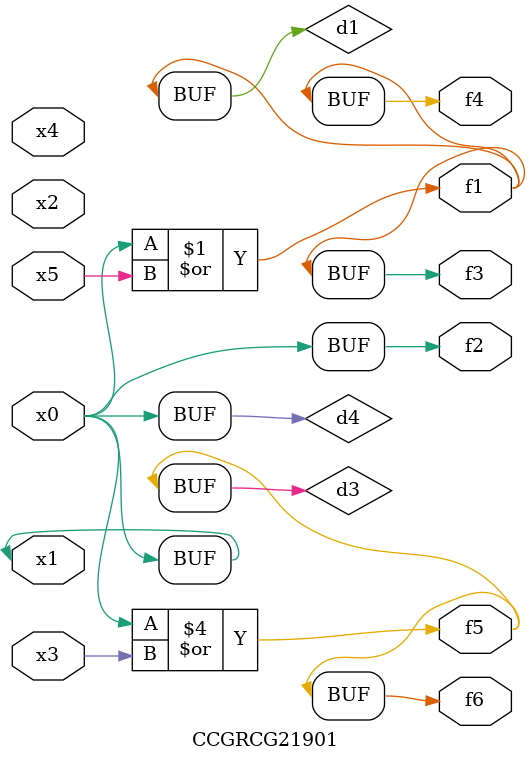
<source format=v>
module CCGRCG21901(
	input x0, x1, x2, x3, x4, x5,
	output f1, f2, f3, f4, f5, f6
);

	wire d1, d2, d3, d4;

	or (d1, x0, x5);
	xnor (d2, x1, x4);
	or (d3, x0, x3);
	buf (d4, x0, x1);
	assign f1 = d1;
	assign f2 = d4;
	assign f3 = d1;
	assign f4 = d1;
	assign f5 = d3;
	assign f6 = d3;
endmodule

</source>
